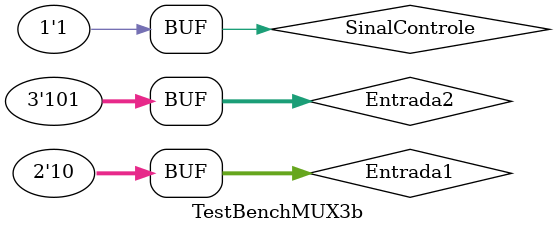
<source format=v>
module TestBenchMUX3b;
reg [1:0] Entrada1;
reg [2:0] Entrada2;
reg SinalControle;
wire [2:0] Saida;
initial begin
 Entrada1 = 2'b10; Entrada2 = 3'b101; SinalControle = 0;
 #1 Entrada1 = 2'b10; Entrada2 = 3'b101; SinalControle = 1;
end
initial begin
 $monitor("Time=%0d Entrada1=%b Entrada2=%b SinalControle=%b Saida=%b",
 $time, Entrada1, Entrada2, SinalControle, Saida);
end
MUX3b MUX3b1(
 .Entrada1(Entrada1),
 .Entrada2(Entrada2),
 .SinalControle(SinalControle),
 .Saida(Saida)
 );
endmodule 
</source>
